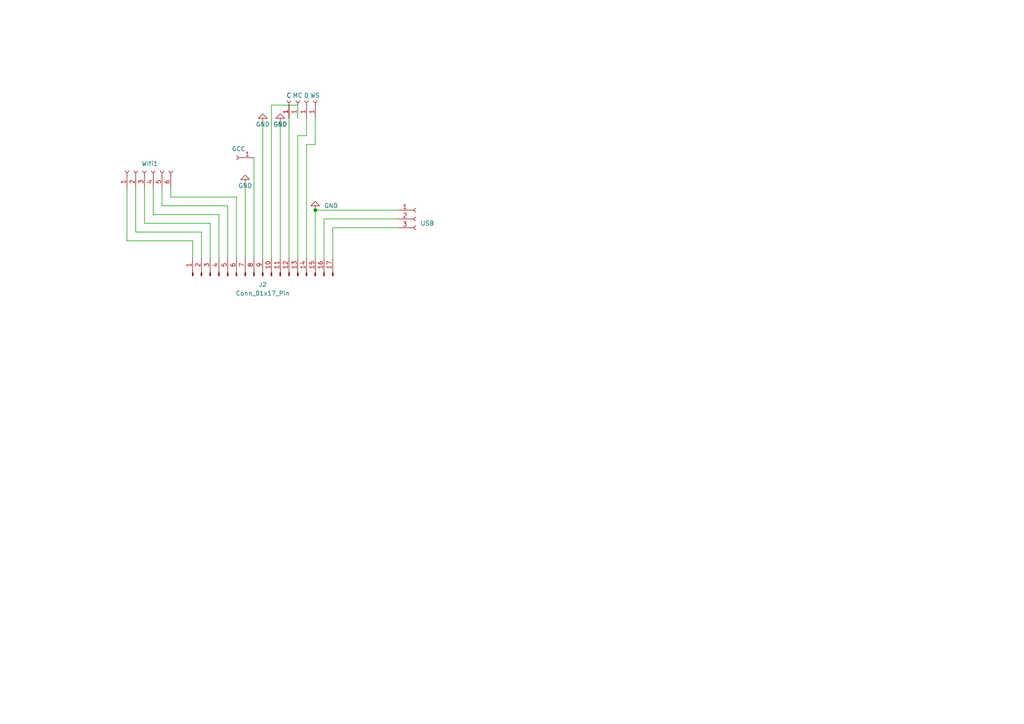
<source format=kicad_sch>
(kicad_sch
	(version 20231120)
	(generator "eeschema")
	(generator_version "8.0")
	(uuid "596e4d9a-1606-40c2-a8e4-dfbed0bb67f3")
	(paper "A4")
	(lib_symbols
		(symbol "Connector:Conn_01x01_Socket"
			(pin_names
				(offset 1.016) hide)
			(exclude_from_sim no)
			(in_bom yes)
			(on_board yes)
			(property "Reference" "J"
				(at 0 2.54 0)
				(effects
					(font
						(size 1.27 1.27)
					)
				)
			)
			(property "Value" "Conn_01x01_Socket"
				(at 0 -2.54 0)
				(effects
					(font
						(size 1.27 1.27)
					)
				)
			)
			(property "Footprint" ""
				(at 0 0 0)
				(effects
					(font
						(size 1.27 1.27)
					)
					(hide yes)
				)
			)
			(property "Datasheet" "~"
				(at 0 0 0)
				(effects
					(font
						(size 1.27 1.27)
					)
					(hide yes)
				)
			)
			(property "Description" "Generic connector, single row, 01x01, script generated"
				(at 0 0 0)
				(effects
					(font
						(size 1.27 1.27)
					)
					(hide yes)
				)
			)
			(property "ki_locked" ""
				(at 0 0 0)
				(effects
					(font
						(size 1.27 1.27)
					)
				)
			)
			(property "ki_keywords" "connector"
				(at 0 0 0)
				(effects
					(font
						(size 1.27 1.27)
					)
					(hide yes)
				)
			)
			(property "ki_fp_filters" "Connector*:*_1x??_*"
				(at 0 0 0)
				(effects
					(font
						(size 1.27 1.27)
					)
					(hide yes)
				)
			)
			(symbol "Conn_01x01_Socket_1_1"
				(polyline
					(pts
						(xy -1.27 0) (xy -0.508 0)
					)
					(stroke
						(width 0.1524)
						(type default)
					)
					(fill
						(type none)
					)
				)
				(arc
					(start 0 0.508)
					(mid -0.5058 0)
					(end 0 -0.508)
					(stroke
						(width 0.1524)
						(type default)
					)
					(fill
						(type none)
					)
				)
				(pin passive line
					(at -5.08 0 0)
					(length 3.81)
					(name "Pin_1"
						(effects
							(font
								(size 1.27 1.27)
							)
						)
					)
					(number "1"
						(effects
							(font
								(size 1.27 1.27)
							)
						)
					)
				)
			)
		)
		(symbol "Connector:Conn_01x03_Socket"
			(pin_names
				(offset 1.016) hide)
			(exclude_from_sim no)
			(in_bom yes)
			(on_board yes)
			(property "Reference" "J"
				(at 0 5.08 0)
				(effects
					(font
						(size 1.27 1.27)
					)
				)
			)
			(property "Value" "Conn_01x03_Socket"
				(at 0 -5.08 0)
				(effects
					(font
						(size 1.27 1.27)
					)
				)
			)
			(property "Footprint" ""
				(at 0 0 0)
				(effects
					(font
						(size 1.27 1.27)
					)
					(hide yes)
				)
			)
			(property "Datasheet" "~"
				(at 0 0 0)
				(effects
					(font
						(size 1.27 1.27)
					)
					(hide yes)
				)
			)
			(property "Description" "Generic connector, single row, 01x03, script generated"
				(at 0 0 0)
				(effects
					(font
						(size 1.27 1.27)
					)
					(hide yes)
				)
			)
			(property "ki_locked" ""
				(at 0 0 0)
				(effects
					(font
						(size 1.27 1.27)
					)
				)
			)
			(property "ki_keywords" "connector"
				(at 0 0 0)
				(effects
					(font
						(size 1.27 1.27)
					)
					(hide yes)
				)
			)
			(property "ki_fp_filters" "Connector*:*_1x??_*"
				(at 0 0 0)
				(effects
					(font
						(size 1.27 1.27)
					)
					(hide yes)
				)
			)
			(symbol "Conn_01x03_Socket_1_1"
				(arc
					(start 0 -2.032)
					(mid -0.5058 -2.54)
					(end 0 -3.048)
					(stroke
						(width 0.1524)
						(type default)
					)
					(fill
						(type none)
					)
				)
				(polyline
					(pts
						(xy -1.27 -2.54) (xy -0.508 -2.54)
					)
					(stroke
						(width 0.1524)
						(type default)
					)
					(fill
						(type none)
					)
				)
				(polyline
					(pts
						(xy -1.27 0) (xy -0.508 0)
					)
					(stroke
						(width 0.1524)
						(type default)
					)
					(fill
						(type none)
					)
				)
				(polyline
					(pts
						(xy -1.27 2.54) (xy -0.508 2.54)
					)
					(stroke
						(width 0.1524)
						(type default)
					)
					(fill
						(type none)
					)
				)
				(arc
					(start 0 0.508)
					(mid -0.5058 0)
					(end 0 -0.508)
					(stroke
						(width 0.1524)
						(type default)
					)
					(fill
						(type none)
					)
				)
				(arc
					(start 0 3.048)
					(mid -0.5058 2.54)
					(end 0 2.032)
					(stroke
						(width 0.1524)
						(type default)
					)
					(fill
						(type none)
					)
				)
				(pin passive line
					(at -5.08 2.54 0)
					(length 3.81)
					(name "Pin_1"
						(effects
							(font
								(size 1.27 1.27)
							)
						)
					)
					(number "1"
						(effects
							(font
								(size 1.27 1.27)
							)
						)
					)
				)
				(pin passive line
					(at -5.08 0 0)
					(length 3.81)
					(name "Pin_2"
						(effects
							(font
								(size 1.27 1.27)
							)
						)
					)
					(number "2"
						(effects
							(font
								(size 1.27 1.27)
							)
						)
					)
				)
				(pin passive line
					(at -5.08 -2.54 0)
					(length 3.81)
					(name "Pin_3"
						(effects
							(font
								(size 1.27 1.27)
							)
						)
					)
					(number "3"
						(effects
							(font
								(size 1.27 1.27)
							)
						)
					)
				)
			)
		)
		(symbol "Connector:Conn_01x06_Socket"
			(pin_names
				(offset 1.016) hide)
			(exclude_from_sim no)
			(in_bom yes)
			(on_board yes)
			(property "Reference" "J"
				(at 0 7.62 0)
				(effects
					(font
						(size 1.27 1.27)
					)
				)
			)
			(property "Value" "Conn_01x06_Socket"
				(at 0 -10.16 0)
				(effects
					(font
						(size 1.27 1.27)
					)
				)
			)
			(property "Footprint" ""
				(at 0 0 0)
				(effects
					(font
						(size 1.27 1.27)
					)
					(hide yes)
				)
			)
			(property "Datasheet" "~"
				(at 0 0 0)
				(effects
					(font
						(size 1.27 1.27)
					)
					(hide yes)
				)
			)
			(property "Description" "Generic connector, single row, 01x06, script generated"
				(at 0 0 0)
				(effects
					(font
						(size 1.27 1.27)
					)
					(hide yes)
				)
			)
			(property "ki_locked" ""
				(at 0 0 0)
				(effects
					(font
						(size 1.27 1.27)
					)
				)
			)
			(property "ki_keywords" "connector"
				(at 0 0 0)
				(effects
					(font
						(size 1.27 1.27)
					)
					(hide yes)
				)
			)
			(property "ki_fp_filters" "Connector*:*_1x??_*"
				(at 0 0 0)
				(effects
					(font
						(size 1.27 1.27)
					)
					(hide yes)
				)
			)
			(symbol "Conn_01x06_Socket_1_1"
				(arc
					(start 0 -7.112)
					(mid -0.5058 -7.62)
					(end 0 -8.128)
					(stroke
						(width 0.1524)
						(type default)
					)
					(fill
						(type none)
					)
				)
				(arc
					(start 0 -4.572)
					(mid -0.5058 -5.08)
					(end 0 -5.588)
					(stroke
						(width 0.1524)
						(type default)
					)
					(fill
						(type none)
					)
				)
				(arc
					(start 0 -2.032)
					(mid -0.5058 -2.54)
					(end 0 -3.048)
					(stroke
						(width 0.1524)
						(type default)
					)
					(fill
						(type none)
					)
				)
				(polyline
					(pts
						(xy -1.27 -7.62) (xy -0.508 -7.62)
					)
					(stroke
						(width 0.1524)
						(type default)
					)
					(fill
						(type none)
					)
				)
				(polyline
					(pts
						(xy -1.27 -5.08) (xy -0.508 -5.08)
					)
					(stroke
						(width 0.1524)
						(type default)
					)
					(fill
						(type none)
					)
				)
				(polyline
					(pts
						(xy -1.27 -2.54) (xy -0.508 -2.54)
					)
					(stroke
						(width 0.1524)
						(type default)
					)
					(fill
						(type none)
					)
				)
				(polyline
					(pts
						(xy -1.27 0) (xy -0.508 0)
					)
					(stroke
						(width 0.1524)
						(type default)
					)
					(fill
						(type none)
					)
				)
				(polyline
					(pts
						(xy -1.27 2.54) (xy -0.508 2.54)
					)
					(stroke
						(width 0.1524)
						(type default)
					)
					(fill
						(type none)
					)
				)
				(polyline
					(pts
						(xy -1.27 5.08) (xy -0.508 5.08)
					)
					(stroke
						(width 0.1524)
						(type default)
					)
					(fill
						(type none)
					)
				)
				(arc
					(start 0 0.508)
					(mid -0.5058 0)
					(end 0 -0.508)
					(stroke
						(width 0.1524)
						(type default)
					)
					(fill
						(type none)
					)
				)
				(arc
					(start 0 3.048)
					(mid -0.5058 2.54)
					(end 0 2.032)
					(stroke
						(width 0.1524)
						(type default)
					)
					(fill
						(type none)
					)
				)
				(arc
					(start 0 5.588)
					(mid -0.5058 5.08)
					(end 0 4.572)
					(stroke
						(width 0.1524)
						(type default)
					)
					(fill
						(type none)
					)
				)
				(pin passive line
					(at -5.08 5.08 0)
					(length 3.81)
					(name "Pin_1"
						(effects
							(font
								(size 1.27 1.27)
							)
						)
					)
					(number "1"
						(effects
							(font
								(size 1.27 1.27)
							)
						)
					)
				)
				(pin passive line
					(at -5.08 2.54 0)
					(length 3.81)
					(name "Pin_2"
						(effects
							(font
								(size 1.27 1.27)
							)
						)
					)
					(number "2"
						(effects
							(font
								(size 1.27 1.27)
							)
						)
					)
				)
				(pin passive line
					(at -5.08 0 0)
					(length 3.81)
					(name "Pin_3"
						(effects
							(font
								(size 1.27 1.27)
							)
						)
					)
					(number "3"
						(effects
							(font
								(size 1.27 1.27)
							)
						)
					)
				)
				(pin passive line
					(at -5.08 -2.54 0)
					(length 3.81)
					(name "Pin_4"
						(effects
							(font
								(size 1.27 1.27)
							)
						)
					)
					(number "4"
						(effects
							(font
								(size 1.27 1.27)
							)
						)
					)
				)
				(pin passive line
					(at -5.08 -5.08 0)
					(length 3.81)
					(name "Pin_5"
						(effects
							(font
								(size 1.27 1.27)
							)
						)
					)
					(number "5"
						(effects
							(font
								(size 1.27 1.27)
							)
						)
					)
				)
				(pin passive line
					(at -5.08 -7.62 0)
					(length 3.81)
					(name "Pin_6"
						(effects
							(font
								(size 1.27 1.27)
							)
						)
					)
					(number "6"
						(effects
							(font
								(size 1.27 1.27)
							)
						)
					)
				)
			)
		)
		(symbol "Connector:Conn_01x17_Pin"
			(pin_names
				(offset 1.016) hide)
			(exclude_from_sim no)
			(in_bom yes)
			(on_board yes)
			(property "Reference" "J"
				(at 0 22.86 0)
				(effects
					(font
						(size 1.27 1.27)
					)
				)
			)
			(property "Value" "Conn_01x17_Pin"
				(at 0 -22.86 0)
				(effects
					(font
						(size 1.27 1.27)
					)
				)
			)
			(property "Footprint" ""
				(at 0 0 0)
				(effects
					(font
						(size 1.27 1.27)
					)
					(hide yes)
				)
			)
			(property "Datasheet" "~"
				(at 0 0 0)
				(effects
					(font
						(size 1.27 1.27)
					)
					(hide yes)
				)
			)
			(property "Description" "Generic connector, single row, 01x17, script generated"
				(at 0 0 0)
				(effects
					(font
						(size 1.27 1.27)
					)
					(hide yes)
				)
			)
			(property "ki_locked" ""
				(at 0 0 0)
				(effects
					(font
						(size 1.27 1.27)
					)
				)
			)
			(property "ki_keywords" "connector"
				(at 0 0 0)
				(effects
					(font
						(size 1.27 1.27)
					)
					(hide yes)
				)
			)
			(property "ki_fp_filters" "Connector*:*_1x??_*"
				(at 0 0 0)
				(effects
					(font
						(size 1.27 1.27)
					)
					(hide yes)
				)
			)
			(symbol "Conn_01x17_Pin_1_1"
				(polyline
					(pts
						(xy 1.27 -20.32) (xy 0.8636 -20.32)
					)
					(stroke
						(width 0.1524)
						(type default)
					)
					(fill
						(type none)
					)
				)
				(polyline
					(pts
						(xy 1.27 -17.78) (xy 0.8636 -17.78)
					)
					(stroke
						(width 0.1524)
						(type default)
					)
					(fill
						(type none)
					)
				)
				(polyline
					(pts
						(xy 1.27 -15.24) (xy 0.8636 -15.24)
					)
					(stroke
						(width 0.1524)
						(type default)
					)
					(fill
						(type none)
					)
				)
				(polyline
					(pts
						(xy 1.27 -12.7) (xy 0.8636 -12.7)
					)
					(stroke
						(width 0.1524)
						(type default)
					)
					(fill
						(type none)
					)
				)
				(polyline
					(pts
						(xy 1.27 -10.16) (xy 0.8636 -10.16)
					)
					(stroke
						(width 0.1524)
						(type default)
					)
					(fill
						(type none)
					)
				)
				(polyline
					(pts
						(xy 1.27 -7.62) (xy 0.8636 -7.62)
					)
					(stroke
						(width 0.1524)
						(type default)
					)
					(fill
						(type none)
					)
				)
				(polyline
					(pts
						(xy 1.27 -5.08) (xy 0.8636 -5.08)
					)
					(stroke
						(width 0.1524)
						(type default)
					)
					(fill
						(type none)
					)
				)
				(polyline
					(pts
						(xy 1.27 -2.54) (xy 0.8636 -2.54)
					)
					(stroke
						(width 0.1524)
						(type default)
					)
					(fill
						(type none)
					)
				)
				(polyline
					(pts
						(xy 1.27 0) (xy 0.8636 0)
					)
					(stroke
						(width 0.1524)
						(type default)
					)
					(fill
						(type none)
					)
				)
				(polyline
					(pts
						(xy 1.27 2.54) (xy 0.8636 2.54)
					)
					(stroke
						(width 0.1524)
						(type default)
					)
					(fill
						(type none)
					)
				)
				(polyline
					(pts
						(xy 1.27 5.08) (xy 0.8636 5.08)
					)
					(stroke
						(width 0.1524)
						(type default)
					)
					(fill
						(type none)
					)
				)
				(polyline
					(pts
						(xy 1.27 7.62) (xy 0.8636 7.62)
					)
					(stroke
						(width 0.1524)
						(type default)
					)
					(fill
						(type none)
					)
				)
				(polyline
					(pts
						(xy 1.27 10.16) (xy 0.8636 10.16)
					)
					(stroke
						(width 0.1524)
						(type default)
					)
					(fill
						(type none)
					)
				)
				(polyline
					(pts
						(xy 1.27 12.7) (xy 0.8636 12.7)
					)
					(stroke
						(width 0.1524)
						(type default)
					)
					(fill
						(type none)
					)
				)
				(polyline
					(pts
						(xy 1.27 15.24) (xy 0.8636 15.24)
					)
					(stroke
						(width 0.1524)
						(type default)
					)
					(fill
						(type none)
					)
				)
				(polyline
					(pts
						(xy 1.27 17.78) (xy 0.8636 17.78)
					)
					(stroke
						(width 0.1524)
						(type default)
					)
					(fill
						(type none)
					)
				)
				(polyline
					(pts
						(xy 1.27 20.32) (xy 0.8636 20.32)
					)
					(stroke
						(width 0.1524)
						(type default)
					)
					(fill
						(type none)
					)
				)
				(rectangle
					(start 0.8636 -20.193)
					(end 0 -20.447)
					(stroke
						(width 0.1524)
						(type default)
					)
					(fill
						(type outline)
					)
				)
				(rectangle
					(start 0.8636 -17.653)
					(end 0 -17.907)
					(stroke
						(width 0.1524)
						(type default)
					)
					(fill
						(type outline)
					)
				)
				(rectangle
					(start 0.8636 -15.113)
					(end 0 -15.367)
					(stroke
						(width 0.1524)
						(type default)
					)
					(fill
						(type outline)
					)
				)
				(rectangle
					(start 0.8636 -12.573)
					(end 0 -12.827)
					(stroke
						(width 0.1524)
						(type default)
					)
					(fill
						(type outline)
					)
				)
				(rectangle
					(start 0.8636 -10.033)
					(end 0 -10.287)
					(stroke
						(width 0.1524)
						(type default)
					)
					(fill
						(type outline)
					)
				)
				(rectangle
					(start 0.8636 -7.493)
					(end 0 -7.747)
					(stroke
						(width 0.1524)
						(type default)
					)
					(fill
						(type outline)
					)
				)
				(rectangle
					(start 0.8636 -4.953)
					(end 0 -5.207)
					(stroke
						(width 0.1524)
						(type default)
					)
					(fill
						(type outline)
					)
				)
				(rectangle
					(start 0.8636 -2.413)
					(end 0 -2.667)
					(stroke
						(width 0.1524)
						(type default)
					)
					(fill
						(type outline)
					)
				)
				(rectangle
					(start 0.8636 0.127)
					(end 0 -0.127)
					(stroke
						(width 0.1524)
						(type default)
					)
					(fill
						(type outline)
					)
				)
				(rectangle
					(start 0.8636 2.667)
					(end 0 2.413)
					(stroke
						(width 0.1524)
						(type default)
					)
					(fill
						(type outline)
					)
				)
				(rectangle
					(start 0.8636 5.207)
					(end 0 4.953)
					(stroke
						(width 0.1524)
						(type default)
					)
					(fill
						(type outline)
					)
				)
				(rectangle
					(start 0.8636 7.747)
					(end 0 7.493)
					(stroke
						(width 0.1524)
						(type default)
					)
					(fill
						(type outline)
					)
				)
				(rectangle
					(start 0.8636 10.287)
					(end 0 10.033)
					(stroke
						(width 0.1524)
						(type default)
					)
					(fill
						(type outline)
					)
				)
				(rectangle
					(start 0.8636 12.827)
					(end 0 12.573)
					(stroke
						(width 0.1524)
						(type default)
					)
					(fill
						(type outline)
					)
				)
				(rectangle
					(start 0.8636 15.367)
					(end 0 15.113)
					(stroke
						(width 0.1524)
						(type default)
					)
					(fill
						(type outline)
					)
				)
				(rectangle
					(start 0.8636 17.907)
					(end 0 17.653)
					(stroke
						(width 0.1524)
						(type default)
					)
					(fill
						(type outline)
					)
				)
				(rectangle
					(start 0.8636 20.447)
					(end 0 20.193)
					(stroke
						(width 0.1524)
						(type default)
					)
					(fill
						(type outline)
					)
				)
				(pin passive line
					(at 5.08 20.32 180)
					(length 3.81)
					(name "Pin_1"
						(effects
							(font
								(size 1.27 1.27)
							)
						)
					)
					(number "1"
						(effects
							(font
								(size 1.27 1.27)
							)
						)
					)
				)
				(pin passive line
					(at 5.08 -2.54 180)
					(length 3.81)
					(name "Pin_10"
						(effects
							(font
								(size 1.27 1.27)
							)
						)
					)
					(number "10"
						(effects
							(font
								(size 1.27 1.27)
							)
						)
					)
				)
				(pin passive line
					(at 5.08 -5.08 180)
					(length 3.81)
					(name "Pin_11"
						(effects
							(font
								(size 1.27 1.27)
							)
						)
					)
					(number "11"
						(effects
							(font
								(size 1.27 1.27)
							)
						)
					)
				)
				(pin passive line
					(at 5.08 -7.62 180)
					(length 3.81)
					(name "Pin_12"
						(effects
							(font
								(size 1.27 1.27)
							)
						)
					)
					(number "12"
						(effects
							(font
								(size 1.27 1.27)
							)
						)
					)
				)
				(pin passive line
					(at 5.08 -10.16 180)
					(length 3.81)
					(name "Pin_13"
						(effects
							(font
								(size 1.27 1.27)
							)
						)
					)
					(number "13"
						(effects
							(font
								(size 1.27 1.27)
							)
						)
					)
				)
				(pin passive line
					(at 5.08 -12.7 180)
					(length 3.81)
					(name "Pin_14"
						(effects
							(font
								(size 1.27 1.27)
							)
						)
					)
					(number "14"
						(effects
							(font
								(size 1.27 1.27)
							)
						)
					)
				)
				(pin passive line
					(at 5.08 -15.24 180)
					(length 3.81)
					(name "Pin_15"
						(effects
							(font
								(size 1.27 1.27)
							)
						)
					)
					(number "15"
						(effects
							(font
								(size 1.27 1.27)
							)
						)
					)
				)
				(pin passive line
					(at 5.08 -17.78 180)
					(length 3.81)
					(name "Pin_16"
						(effects
							(font
								(size 1.27 1.27)
							)
						)
					)
					(number "16"
						(effects
							(font
								(size 1.27 1.27)
							)
						)
					)
				)
				(pin passive line
					(at 5.08 -20.32 180)
					(length 3.81)
					(name "Pin_17"
						(effects
							(font
								(size 1.27 1.27)
							)
						)
					)
					(number "17"
						(effects
							(font
								(size 1.27 1.27)
							)
						)
					)
				)
				(pin passive line
					(at 5.08 17.78 180)
					(length 3.81)
					(name "Pin_2"
						(effects
							(font
								(size 1.27 1.27)
							)
						)
					)
					(number "2"
						(effects
							(font
								(size 1.27 1.27)
							)
						)
					)
				)
				(pin passive line
					(at 5.08 15.24 180)
					(length 3.81)
					(name "Pin_3"
						(effects
							(font
								(size 1.27 1.27)
							)
						)
					)
					(number "3"
						(effects
							(font
								(size 1.27 1.27)
							)
						)
					)
				)
				(pin passive line
					(at 5.08 12.7 180)
					(length 3.81)
					(name "Pin_4"
						(effects
							(font
								(size 1.27 1.27)
							)
						)
					)
					(number "4"
						(effects
							(font
								(size 1.27 1.27)
							)
						)
					)
				)
				(pin passive line
					(at 5.08 10.16 180)
					(length 3.81)
					(name "Pin_5"
						(effects
							(font
								(size 1.27 1.27)
							)
						)
					)
					(number "5"
						(effects
							(font
								(size 1.27 1.27)
							)
						)
					)
				)
				(pin passive line
					(at 5.08 7.62 180)
					(length 3.81)
					(name "Pin_6"
						(effects
							(font
								(size 1.27 1.27)
							)
						)
					)
					(number "6"
						(effects
							(font
								(size 1.27 1.27)
							)
						)
					)
				)
				(pin passive line
					(at 5.08 5.08 180)
					(length 3.81)
					(name "Pin_7"
						(effects
							(font
								(size 1.27 1.27)
							)
						)
					)
					(number "7"
						(effects
							(font
								(size 1.27 1.27)
							)
						)
					)
				)
				(pin passive line
					(at 5.08 2.54 180)
					(length 3.81)
					(name "Pin_8"
						(effects
							(font
								(size 1.27 1.27)
							)
						)
					)
					(number "8"
						(effects
							(font
								(size 1.27 1.27)
							)
						)
					)
				)
				(pin passive line
					(at 5.08 0 180)
					(length 3.81)
					(name "Pin_9"
						(effects
							(font
								(size 1.27 1.27)
							)
						)
					)
					(number "9"
						(effects
							(font
								(size 1.27 1.27)
							)
						)
					)
				)
			)
		)
		(symbol "power:GND"
			(power)
			(pin_numbers hide)
			(pin_names
				(offset 0) hide)
			(exclude_from_sim no)
			(in_bom yes)
			(on_board yes)
			(property "Reference" "#PWR"
				(at 0 -6.35 0)
				(effects
					(font
						(size 1.27 1.27)
					)
					(hide yes)
				)
			)
			(property "Value" "GND"
				(at 0 -3.81 0)
				(effects
					(font
						(size 1.27 1.27)
					)
				)
			)
			(property "Footprint" ""
				(at 0 0 0)
				(effects
					(font
						(size 1.27 1.27)
					)
					(hide yes)
				)
			)
			(property "Datasheet" ""
				(at 0 0 0)
				(effects
					(font
						(size 1.27 1.27)
					)
					(hide yes)
				)
			)
			(property "Description" "Power symbol creates a global label with name \"GND\" , ground"
				(at 0 0 0)
				(effects
					(font
						(size 1.27 1.27)
					)
					(hide yes)
				)
			)
			(property "ki_keywords" "global power"
				(at 0 0 0)
				(effects
					(font
						(size 1.27 1.27)
					)
					(hide yes)
				)
			)
			(symbol "GND_0_1"
				(polyline
					(pts
						(xy 0 0) (xy 0 -1.27) (xy 1.27 -1.27) (xy 0 -2.54) (xy -1.27 -1.27) (xy 0 -1.27)
					)
					(stroke
						(width 0)
						(type default)
					)
					(fill
						(type none)
					)
				)
			)
			(symbol "GND_1_1"
				(pin power_in line
					(at 0 0 270)
					(length 0)
					(name "~"
						(effects
							(font
								(size 1.27 1.27)
							)
						)
					)
					(number "1"
						(effects
							(font
								(size 1.27 1.27)
							)
						)
					)
				)
			)
		)
	)
	(junction
		(at 91.44 60.96)
		(diameter 0)
		(color 0 0 0 0)
		(uuid "40640d70-61c0-4c82-9ff3-552ce88854d2")
	)
	(wire
		(pts
			(xy 36.83 54.61) (xy 36.83 69.85)
		)
		(stroke
			(width 0)
			(type default)
		)
		(uuid "0577b831-16b0-49d6-a7df-02f641582fe9")
	)
	(wire
		(pts
			(xy 36.83 69.85) (xy 55.88 69.85)
		)
		(stroke
			(width 0)
			(type default)
		)
		(uuid "09522352-b005-4db4-a6e1-8d0d8fd5ffff")
	)
	(wire
		(pts
			(xy 60.96 64.77) (xy 60.96 74.93)
		)
		(stroke
			(width 0)
			(type default)
		)
		(uuid "0a4792d5-0489-4958-b0fb-24dab0d4f9da")
	)
	(wire
		(pts
			(xy 93.98 63.5) (xy 93.98 74.93)
		)
		(stroke
			(width 0)
			(type default)
		)
		(uuid "15571e9a-4ae8-4377-a7c1-05ff2e4e4cd6")
	)
	(wire
		(pts
			(xy 88.9 34.29) (xy 88.9 39.37)
		)
		(stroke
			(width 0)
			(type default)
		)
		(uuid "1b5ad0cf-b7ff-443b-b9ea-6db087eb0362")
	)
	(wire
		(pts
			(xy 86.36 30.48) (xy 86.36 34.29)
		)
		(stroke
			(width 0)
			(type default)
		)
		(uuid "1ccf14e5-bfde-4236-aa0f-8a202ff4bb94")
	)
	(wire
		(pts
			(xy 39.37 54.61) (xy 39.37 67.31)
		)
		(stroke
			(width 0)
			(type default)
		)
		(uuid "1dab4526-0627-4458-8736-49ecae4c2dbd")
	)
	(wire
		(pts
			(xy 68.58 74.93) (xy 68.58 57.15)
		)
		(stroke
			(width 0)
			(type default)
		)
		(uuid "22f3ff04-c95f-4d20-b557-841049a8ead0")
	)
	(wire
		(pts
			(xy 68.58 57.15) (xy 49.53 57.15)
		)
		(stroke
			(width 0)
			(type default)
		)
		(uuid "3369f4d7-23b5-4d81-a87d-0a2fbe88fa7e")
	)
	(wire
		(pts
			(xy 88.9 41.91) (xy 91.44 41.91)
		)
		(stroke
			(width 0)
			(type default)
		)
		(uuid "5abe5889-ebc9-4a46-a5bd-1b4e59fd802f")
	)
	(wire
		(pts
			(xy 86.36 39.37) (xy 86.36 74.93)
		)
		(stroke
			(width 0)
			(type default)
		)
		(uuid "688dd8b2-639c-40aa-95d7-b24fa81adf54")
	)
	(wire
		(pts
			(xy 46.99 54.61) (xy 46.99 59.69)
		)
		(stroke
			(width 0)
			(type default)
		)
		(uuid "6e743eb3-9439-4a77-b4a8-3b63ab13ab72")
	)
	(wire
		(pts
			(xy 44.45 54.61) (xy 44.45 62.23)
		)
		(stroke
			(width 0)
			(type default)
		)
		(uuid "7557b99e-9aae-4960-968c-09d953346e03")
	)
	(wire
		(pts
			(xy 63.5 62.23) (xy 63.5 74.93)
		)
		(stroke
			(width 0)
			(type default)
		)
		(uuid "81eb3fd1-4df3-4c42-8919-133797d4cda4")
	)
	(wire
		(pts
			(xy 91.44 60.96) (xy 91.44 74.93)
		)
		(stroke
			(width 0)
			(type default)
		)
		(uuid "824b0c39-b6be-435a-a2d8-5ace431e08e9")
	)
	(wire
		(pts
			(xy 83.82 34.29) (xy 83.82 74.93)
		)
		(stroke
			(width 0)
			(type default)
		)
		(uuid "86ed97b7-2cda-44f1-a513-72ac5a5550ba")
	)
	(wire
		(pts
			(xy 115.57 63.5) (xy 93.98 63.5)
		)
		(stroke
			(width 0)
			(type default)
		)
		(uuid "8cc20b99-6474-4010-8a0f-45184ed64bf7")
	)
	(wire
		(pts
			(xy 88.9 39.37) (xy 86.36 39.37)
		)
		(stroke
			(width 0)
			(type default)
		)
		(uuid "958b180a-8a35-4caf-b290-fd0fe60985cf")
	)
	(wire
		(pts
			(xy 73.66 74.93) (xy 73.66 45.72)
		)
		(stroke
			(width 0)
			(type default)
		)
		(uuid "9834992f-26ff-4e77-82b9-494e4051c7c5")
	)
	(wire
		(pts
			(xy 91.44 41.91) (xy 91.44 34.29)
		)
		(stroke
			(width 0)
			(type default)
		)
		(uuid "999e33d2-269f-4ebc-8995-985f2ab1ff3e")
	)
	(wire
		(pts
			(xy 66.04 59.69) (xy 66.04 74.93)
		)
		(stroke
			(width 0)
			(type default)
		)
		(uuid "9c5c3dd7-3b4a-46ae-972a-a9aa6121be29")
	)
	(wire
		(pts
			(xy 39.37 67.31) (xy 58.42 67.31)
		)
		(stroke
			(width 0)
			(type default)
		)
		(uuid "ac0bc3e4-c32b-4837-92bb-e53d7db3d19d")
	)
	(wire
		(pts
			(xy 81.28 35.56) (xy 81.28 74.93)
		)
		(stroke
			(width 0)
			(type default)
		)
		(uuid "ad1762dd-6c31-4d41-894b-af063b392b94")
	)
	(wire
		(pts
			(xy 41.91 54.61) (xy 41.91 64.77)
		)
		(stroke
			(width 0)
			(type default)
		)
		(uuid "b43047de-e8e0-4ed3-abb4-6ec4a76ad8ca")
	)
	(wire
		(pts
			(xy 91.44 60.96) (xy 115.57 60.96)
		)
		(stroke
			(width 0)
			(type default)
		)
		(uuid "b8c814c3-3cf6-4b39-a684-af653ff8e191")
	)
	(wire
		(pts
			(xy 46.99 59.69) (xy 66.04 59.69)
		)
		(stroke
			(width 0)
			(type default)
		)
		(uuid "c0845a55-de75-46ac-a3a4-bda1a75da508")
	)
	(wire
		(pts
			(xy 71.12 53.34) (xy 71.12 74.93)
		)
		(stroke
			(width 0)
			(type default)
		)
		(uuid "c2fefc3c-1fe2-44e1-a436-a43d3a7c6a9b")
	)
	(wire
		(pts
			(xy 58.42 67.31) (xy 58.42 74.93)
		)
		(stroke
			(width 0)
			(type default)
		)
		(uuid "c94e76af-31a1-4ea3-ac1b-694ace3983d2")
	)
	(wire
		(pts
			(xy 78.74 74.93) (xy 78.74 30.48)
		)
		(stroke
			(width 0)
			(type default)
		)
		(uuid "ca07a046-13de-494b-bd3f-3f44af61aca9")
	)
	(wire
		(pts
			(xy 41.91 64.77) (xy 60.96 64.77)
		)
		(stroke
			(width 0)
			(type default)
		)
		(uuid "d54316fb-e706-48ea-9d18-1296881968cb")
	)
	(wire
		(pts
			(xy 96.52 74.93) (xy 96.52 66.04)
		)
		(stroke
			(width 0)
			(type default)
		)
		(uuid "d7272b05-4136-4702-bfe3-8a3eeb1528ea")
	)
	(wire
		(pts
			(xy 96.52 66.04) (xy 115.57 66.04)
		)
		(stroke
			(width 0)
			(type default)
		)
		(uuid "d83fee07-87b1-421b-8a79-9224f70f9170")
	)
	(wire
		(pts
			(xy 49.53 57.15) (xy 49.53 54.61)
		)
		(stroke
			(width 0)
			(type default)
		)
		(uuid "de426c2f-5ab6-4cd9-a250-706a1a7eb9fc")
	)
	(wire
		(pts
			(xy 78.74 30.48) (xy 86.36 30.48)
		)
		(stroke
			(width 0)
			(type default)
		)
		(uuid "e134f110-9598-4299-9724-99adc8cb521d")
	)
	(wire
		(pts
			(xy 76.2 35.56) (xy 76.2 74.93)
		)
		(stroke
			(width 0)
			(type default)
		)
		(uuid "e15c3252-c584-49fc-babe-15c52fe7e58e")
	)
	(wire
		(pts
			(xy 44.45 62.23) (xy 63.5 62.23)
		)
		(stroke
			(width 0)
			(type default)
		)
		(uuid "eeefe789-04be-4821-a2e6-20f956ac6527")
	)
	(wire
		(pts
			(xy 88.9 74.93) (xy 88.9 41.91)
		)
		(stroke
			(width 0)
			(type default)
		)
		(uuid "f461b56a-172d-4697-9a43-d5e0654a6f35")
	)
	(wire
		(pts
			(xy 55.88 69.85) (xy 55.88 74.93)
		)
		(stroke
			(width 0)
			(type default)
		)
		(uuid "f7631f7d-28e1-4d7c-8c7f-0234f5686c87")
	)
	(symbol
		(lib_id "Connector:Conn_01x06_Socket")
		(at 41.91 49.53 90)
		(unit 1)
		(exclude_from_sim no)
		(in_bom yes)
		(on_board yes)
		(dnp no)
		(uuid "0d614cac-cd8b-49f8-bd49-dc0eae6941af")
		(property "Reference" "Wifi1"
			(at 43.434 47.498 90)
			(effects
				(font
					(size 1.27 1.27)
				)
			)
		)
		(property "Value" "Conn_01x06_Socket"
			(at 43.18 46.99 90)
			(effects
				(font
					(size 1.27 1.27)
				)
				(hide yes)
			)
		)
		(property "Footprint" ""
			(at 41.91 49.53 0)
			(effects
				(font
					(size 1.27 1.27)
				)
				(hide yes)
			)
		)
		(property "Datasheet" "~"
			(at 41.91 49.53 0)
			(effects
				(font
					(size 1.27 1.27)
				)
				(hide yes)
			)
		)
		(property "Description" "Generic connector, single row, 01x06, script generated"
			(at 41.91 49.53 0)
			(effects
				(font
					(size 1.27 1.27)
				)
				(hide yes)
			)
		)
		(pin "4"
			(uuid "f8435beb-81c9-4c87-99fd-1ed51c1d70c8")
		)
		(pin "2"
			(uuid "5025256b-f668-414c-a7db-9b76a3f71b21")
		)
		(pin "3"
			(uuid "41b104fc-9b87-4528-a0cc-c764de776eb6")
		)
		(pin "6"
			(uuid "b48323a9-4474-4ec0-a15e-67a71afe1a9b")
		)
		(pin "5"
			(uuid "6b59578e-ed8e-4db6-a2bc-639303a0b422")
		)
		(pin "1"
			(uuid "98e09962-23ed-4ff9-84d0-7ccd9f65d7ce")
		)
		(instances
			(project "Xii-Boy-Flex"
				(path "/596e4d9a-1606-40c2-a8e4-dfbed0bb67f3"
					(reference "Wifi1")
					(unit 1)
				)
			)
		)
	)
	(symbol
		(lib_id "Connector:Conn_01x01_Socket")
		(at 86.36 29.21 90)
		(unit 1)
		(exclude_from_sim no)
		(in_bom yes)
		(on_board yes)
		(dnp no)
		(uuid "25297114-1d86-4074-a1da-f5643c45b608")
		(property "Reference" "J4"
			(at 91.44 29.845 0)
			(effects
				(font
					(size 1.27 1.27)
				)
				(hide yes)
			)
		)
		(property "Value" "MC"
			(at 84.836 27.686 90)
			(effects
				(font
					(size 1.27 1.27)
				)
				(justify right)
			)
		)
		(property "Footprint" ""
			(at 86.36 29.21 0)
			(effects
				(font
					(size 1.27 1.27)
				)
				(hide yes)
			)
		)
		(property "Datasheet" "~"
			(at 86.36 29.21 0)
			(effects
				(font
					(size 1.27 1.27)
				)
				(hide yes)
			)
		)
		(property "Description" "Generic connector, single row, 01x01, script generated"
			(at 86.36 29.21 0)
			(effects
				(font
					(size 1.27 1.27)
				)
				(hide yes)
			)
		)
		(pin "1"
			(uuid "9cf654a8-e245-4d20-80dd-7a5e4b35ca34")
		)
		(instances
			(project "Xii-Boy-Flex"
				(path "/596e4d9a-1606-40c2-a8e4-dfbed0bb67f3"
					(reference "J4")
					(unit 1)
				)
			)
		)
	)
	(symbol
		(lib_id "power:GND")
		(at 81.28 35.56 180)
		(unit 1)
		(exclude_from_sim no)
		(in_bom yes)
		(on_board yes)
		(dnp no)
		(uuid "2e3f34c3-c2c9-42cd-8b89-2710904eeec1")
		(property "Reference" "#PWR03"
			(at 81.28 29.21 0)
			(effects
				(font
					(size 1.27 1.27)
				)
				(hide yes)
			)
		)
		(property "Value" "GND"
			(at 81.28 36.068 0)
			(effects
				(font
					(size 1.27 1.27)
				)
			)
		)
		(property "Footprint" ""
			(at 81.28 35.56 0)
			(effects
				(font
					(size 1.27 1.27)
				)
				(hide yes)
			)
		)
		(property "Datasheet" ""
			(at 81.28 35.56 0)
			(effects
				(font
					(size 1.27 1.27)
				)
				(hide yes)
			)
		)
		(property "Description" "Power symbol creates a global label with name \"GND\" , ground"
			(at 81.28 35.56 0)
			(effects
				(font
					(size 1.27 1.27)
				)
				(hide yes)
			)
		)
		(pin "1"
			(uuid "76fe7ef6-752c-4127-910e-bf8b7e855aad")
		)
		(instances
			(project "Xii-Boy-Flex"
				(path "/596e4d9a-1606-40c2-a8e4-dfbed0bb67f3"
					(reference "#PWR03")
					(unit 1)
				)
			)
		)
	)
	(symbol
		(lib_id "Connector:Conn_01x03_Socket")
		(at 120.65 63.5 0)
		(unit 1)
		(exclude_from_sim no)
		(in_bom yes)
		(on_board yes)
		(dnp no)
		(fields_autoplaced yes)
		(uuid "30378767-c76b-4fb7-ab37-809e6a0b529a")
		(property "Reference" "J7"
			(at 121.92 62.2299 0)
			(effects
				(font
					(size 1.27 1.27)
				)
				(justify left)
				(hide yes)
			)
		)
		(property "Value" "USB"
			(at 121.92 64.7699 0)
			(effects
				(font
					(size 1.27 1.27)
				)
				(justify left)
			)
		)
		(property "Footprint" ""
			(at 120.65 63.5 0)
			(effects
				(font
					(size 1.27 1.27)
				)
				(hide yes)
			)
		)
		(property "Datasheet" "~"
			(at 120.65 63.5 0)
			(effects
				(font
					(size 1.27 1.27)
				)
				(hide yes)
			)
		)
		(property "Description" "Generic connector, single row, 01x03, script generated"
			(at 120.65 63.5 0)
			(effects
				(font
					(size 1.27 1.27)
				)
				(hide yes)
			)
		)
		(pin "3"
			(uuid "9fcfc6b0-def9-42c6-86c2-20a8c4c6d675")
		)
		(pin "1"
			(uuid "867ea104-5933-4284-a650-33b4db800679")
		)
		(pin "2"
			(uuid "dc737f21-5aad-47e1-ab70-0a70137c0ef4")
		)
		(instances
			(project ""
				(path "/596e4d9a-1606-40c2-a8e4-dfbed0bb67f3"
					(reference "J7")
					(unit 1)
				)
			)
		)
	)
	(symbol
		(lib_id "Connector:Conn_01x17_Pin")
		(at 76.2 80.01 90)
		(unit 1)
		(exclude_from_sim no)
		(in_bom yes)
		(on_board yes)
		(dnp no)
		(fields_autoplaced yes)
		(uuid "3be66122-bd30-4071-b58f-97c0aa4b978d")
		(property "Reference" "J2"
			(at 76.2 82.55 90)
			(effects
				(font
					(size 1.27 1.27)
				)
			)
		)
		(property "Value" "Conn_01x17_Pin"
			(at 76.2 85.09 90)
			(effects
				(font
					(size 1.27 1.27)
				)
			)
		)
		(property "Footprint" "Xenii_14p_FFC_Cable:Xenii-17p-FFC-Cable"
			(at 76.2 80.01 0)
			(effects
				(font
					(size 1.27 1.27)
				)
				(hide yes)
			)
		)
		(property "Datasheet" "~"
			(at 76.2 80.01 0)
			(effects
				(font
					(size 1.27 1.27)
				)
				(hide yes)
			)
		)
		(property "Description" "Generic connector, single row, 01x17, script generated"
			(at 76.2 80.01 0)
			(effects
				(font
					(size 1.27 1.27)
				)
				(hide yes)
			)
		)
		(pin "1"
			(uuid "eef4c367-9c2b-4988-85c9-e20468c1daff")
		)
		(pin "14"
			(uuid "1603dc4d-77a6-4b92-a2c9-7a042990d213")
		)
		(pin "7"
			(uuid "133990fe-428f-4dc8-b248-e8f9565c46d5")
		)
		(pin "9"
			(uuid "c94f346f-3a41-4c7e-9e10-0057372b07d2")
		)
		(pin "5"
			(uuid "a937bcfd-2c1c-496d-8f15-e2e00c270c62")
		)
		(pin "6"
			(uuid "4a8cbeb9-5ddf-4b4d-821a-1bec3eb3a2d1")
		)
		(pin "8"
			(uuid "115a22f3-4c19-4edf-be4c-b5a0032420b6")
		)
		(pin "15"
			(uuid "e3ade379-f936-4c0c-bac1-5ae3b8824e4e")
		)
		(pin "4"
			(uuid "2a9f95f3-6700-4662-aa51-8c1216cb2a78")
		)
		(pin "12"
			(uuid "5f45d1ea-3b46-412a-8043-3bf16cae6405")
		)
		(pin "10"
			(uuid "bcadc965-189c-4e09-9835-1412b83140c4")
		)
		(pin "17"
			(uuid "3d4c3641-7058-4e86-81a1-1dc80a0bdc66")
		)
		(pin "3"
			(uuid "5583067a-cd9d-4fbd-811b-ccce310f72df")
		)
		(pin "16"
			(uuid "17b98ea5-308c-4c06-9f8f-fcd29e91e5bf")
		)
		(pin "2"
			(uuid "fa405925-1f53-4e8d-9322-b706ffff7fd4")
		)
		(pin "11"
			(uuid "5c6a1ac4-2ce0-4acd-b3e6-f57a234cc8d3")
		)
		(pin "13"
			(uuid "7b98161d-66bb-48db-8d25-48d94e7e9125")
		)
		(instances
			(project ""
				(path "/596e4d9a-1606-40c2-a8e4-dfbed0bb67f3"
					(reference "J2")
					(unit 1)
				)
			)
		)
	)
	(symbol
		(lib_id "power:GND")
		(at 76.2 35.56 180)
		(unit 1)
		(exclude_from_sim no)
		(in_bom yes)
		(on_board yes)
		(dnp no)
		(uuid "83872557-be95-4159-9905-1294253949ad")
		(property "Reference" "#PWR02"
			(at 76.2 29.21 0)
			(effects
				(font
					(size 1.27 1.27)
				)
				(hide yes)
			)
		)
		(property "Value" "GND"
			(at 76.2 36.068 0)
			(effects
				(font
					(size 1.27 1.27)
				)
			)
		)
		(property "Footprint" ""
			(at 76.2 35.56 0)
			(effects
				(font
					(size 1.27 1.27)
				)
				(hide yes)
			)
		)
		(property "Datasheet" ""
			(at 76.2 35.56 0)
			(effects
				(font
					(size 1.27 1.27)
				)
				(hide yes)
			)
		)
		(property "Description" "Power symbol creates a global label with name \"GND\" , ground"
			(at 76.2 35.56 0)
			(effects
				(font
					(size 1.27 1.27)
				)
				(hide yes)
			)
		)
		(pin "1"
			(uuid "cc121dbe-198f-46ee-9adc-30f2907ca185")
		)
		(instances
			(project "Xii-Boy-Flex"
				(path "/596e4d9a-1606-40c2-a8e4-dfbed0bb67f3"
					(reference "#PWR02")
					(unit 1)
				)
			)
		)
	)
	(symbol
		(lib_id "Connector:Conn_01x01_Socket")
		(at 88.9 29.21 90)
		(unit 1)
		(exclude_from_sim no)
		(in_bom yes)
		(on_board yes)
		(dnp no)
		(uuid "8eb1fbb1-bc82-4ed6-9cec-fe8098c2434c")
		(property "Reference" "J5"
			(at 93.98 29.845 0)
			(effects
				(font
					(size 1.27 1.27)
				)
				(hide yes)
			)
		)
		(property "Value" "D"
			(at 88.138 27.686 90)
			(effects
				(font
					(size 1.27 1.27)
				)
				(justify right)
			)
		)
		(property "Footprint" ""
			(at 88.9 29.21 0)
			(effects
				(font
					(size 1.27 1.27)
				)
				(hide yes)
			)
		)
		(property "Datasheet" "~"
			(at 88.9 29.21 0)
			(effects
				(font
					(size 1.27 1.27)
				)
				(hide yes)
			)
		)
		(property "Description" "Generic connector, single row, 01x01, script generated"
			(at 88.9 29.21 0)
			(effects
				(font
					(size 1.27 1.27)
				)
				(hide yes)
			)
		)
		(pin "1"
			(uuid "94d0aa13-fc39-4ce3-af49-c37b4f0db33d")
		)
		(instances
			(project "Xii-Boy-Flex"
				(path "/596e4d9a-1606-40c2-a8e4-dfbed0bb67f3"
					(reference "J5")
					(unit 1)
				)
			)
		)
	)
	(symbol
		(lib_id "power:GND")
		(at 91.44 60.96 180)
		(unit 1)
		(exclude_from_sim no)
		(in_bom yes)
		(on_board yes)
		(dnp no)
		(fields_autoplaced yes)
		(uuid "9339f794-88b1-410d-96f0-7775f5a674b1")
		(property "Reference" "#PWR07"
			(at 91.44 54.61 0)
			(effects
				(font
					(size 1.27 1.27)
				)
				(hide yes)
			)
		)
		(property "Value" "GND"
			(at 93.98 59.6899 0)
			(effects
				(font
					(size 1.27 1.27)
				)
				(justify right)
			)
		)
		(property "Footprint" ""
			(at 91.44 60.96 0)
			(effects
				(font
					(size 1.27 1.27)
				)
				(hide yes)
			)
		)
		(property "Datasheet" ""
			(at 91.44 60.96 0)
			(effects
				(font
					(size 1.27 1.27)
				)
				(hide yes)
			)
		)
		(property "Description" "Power symbol creates a global label with name \"GND\" , ground"
			(at 91.44 60.96 0)
			(effects
				(font
					(size 1.27 1.27)
				)
				(hide yes)
			)
		)
		(pin "1"
			(uuid "7e79d771-cee3-46cc-94b7-1474702652e9")
		)
		(instances
			(project "Xii-Boy-Flex"
				(path "/596e4d9a-1606-40c2-a8e4-dfbed0bb67f3"
					(reference "#PWR07")
					(unit 1)
				)
			)
		)
	)
	(symbol
		(lib_id "power:GND")
		(at 71.12 53.34 180)
		(unit 1)
		(exclude_from_sim no)
		(in_bom yes)
		(on_board yes)
		(dnp no)
		(uuid "b665ac45-1d0b-4337-bfa1-f66d0d60e209")
		(property "Reference" "#PWR01"
			(at 71.12 46.99 0)
			(effects
				(font
					(size 1.27 1.27)
				)
				(hide yes)
			)
		)
		(property "Value" "GND"
			(at 71.12 53.848 0)
			(effects
				(font
					(size 1.27 1.27)
				)
			)
		)
		(property "Footprint" ""
			(at 71.12 53.34 0)
			(effects
				(font
					(size 1.27 1.27)
				)
				(hide yes)
			)
		)
		(property "Datasheet" ""
			(at 71.12 53.34 0)
			(effects
				(font
					(size 1.27 1.27)
				)
				(hide yes)
			)
		)
		(property "Description" "Power symbol creates a global label with name \"GND\" , ground"
			(at 71.12 53.34 0)
			(effects
				(font
					(size 1.27 1.27)
				)
				(hide yes)
			)
		)
		(pin "1"
			(uuid "7e8377f4-a3e6-4260-b29f-3a1858805a3a")
		)
		(instances
			(project ""
				(path "/596e4d9a-1606-40c2-a8e4-dfbed0bb67f3"
					(reference "#PWR01")
					(unit 1)
				)
			)
		)
	)
	(symbol
		(lib_id "Connector:Conn_01x01_Socket")
		(at 68.58 45.72 180)
		(unit 1)
		(exclude_from_sim no)
		(in_bom yes)
		(on_board yes)
		(dnp no)
		(fields_autoplaced yes)
		(uuid "d107a7a4-d7a6-4e87-a685-53754de44717")
		(property "Reference" "J1"
			(at 69.215 40.64 0)
			(effects
				(font
					(size 1.27 1.27)
				)
				(hide yes)
			)
		)
		(property "Value" "GCC"
			(at 69.215 43.18 0)
			(effects
				(font
					(size 1.27 1.27)
				)
			)
		)
		(property "Footprint" ""
			(at 68.58 45.72 0)
			(effects
				(font
					(size 1.27 1.27)
				)
				(hide yes)
			)
		)
		(property "Datasheet" "~"
			(at 68.58 45.72 0)
			(effects
				(font
					(size 1.27 1.27)
				)
				(hide yes)
			)
		)
		(property "Description" "Generic connector, single row, 01x01, script generated"
			(at 68.58 45.72 0)
			(effects
				(font
					(size 1.27 1.27)
				)
				(hide yes)
			)
		)
		(pin "1"
			(uuid "42f639bb-ef13-4695-8f7a-369c8b0389f9")
		)
		(instances
			(project ""
				(path "/596e4d9a-1606-40c2-a8e4-dfbed0bb67f3"
					(reference "J1")
					(unit 1)
				)
			)
		)
	)
	(symbol
		(lib_id "Connector:Conn_01x01_Socket")
		(at 91.44 29.21 90)
		(unit 1)
		(exclude_from_sim no)
		(in_bom yes)
		(on_board yes)
		(dnp no)
		(uuid "d190acb4-de56-4f48-a106-e284616cfc5f")
		(property "Reference" "J6"
			(at 96.52 29.845 0)
			(effects
				(font
					(size 1.27 1.27)
				)
				(hide yes)
			)
		)
		(property "Value" "WS"
			(at 89.916 27.686 90)
			(effects
				(font
					(size 1.27 1.27)
				)
				(justify right)
			)
		)
		(property "Footprint" ""
			(at 91.44 29.21 0)
			(effects
				(font
					(size 1.27 1.27)
				)
				(hide yes)
			)
		)
		(property "Datasheet" "~"
			(at 91.44 29.21 0)
			(effects
				(font
					(size 1.27 1.27)
				)
				(hide yes)
			)
		)
		(property "Description" "Generic connector, single row, 01x01, script generated"
			(at 91.44 29.21 0)
			(effects
				(font
					(size 1.27 1.27)
				)
				(hide yes)
			)
		)
		(pin "1"
			(uuid "2ffc573f-06a2-4e98-85a4-6485719b8b90")
		)
		(instances
			(project "Xii-Boy-Flex"
				(path "/596e4d9a-1606-40c2-a8e4-dfbed0bb67f3"
					(reference "J6")
					(unit 1)
				)
			)
		)
	)
	(symbol
		(lib_id "Connector:Conn_01x01_Socket")
		(at 83.82 29.21 90)
		(unit 1)
		(exclude_from_sim no)
		(in_bom yes)
		(on_board yes)
		(dnp no)
		(uuid "f12d1f3c-9246-4125-b80e-09971544e1ff")
		(property "Reference" "J3"
			(at 88.9 29.845 0)
			(effects
				(font
					(size 1.27 1.27)
				)
				(hide yes)
			)
		)
		(property "Value" "C"
			(at 83.058 27.686 90)
			(effects
				(font
					(size 1.27 1.27)
				)
				(justify right)
			)
		)
		(property "Footprint" ""
			(at 83.82 29.21 0)
			(effects
				(font
					(size 1.27 1.27)
				)
				(hide yes)
			)
		)
		(property "Datasheet" "~"
			(at 83.82 29.21 0)
			(effects
				(font
					(size 1.27 1.27)
				)
				(hide yes)
			)
		)
		(property "Description" "Generic connector, single row, 01x01, script generated"
			(at 83.82 29.21 0)
			(effects
				(font
					(size 1.27 1.27)
				)
				(hide yes)
			)
		)
		(pin "1"
			(uuid "0e9e7ebe-1ad9-402c-be8b-8c19f277c32b")
		)
		(instances
			(project "Xii-Boy-Flex"
				(path "/596e4d9a-1606-40c2-a8e4-dfbed0bb67f3"
					(reference "J3")
					(unit 1)
				)
			)
		)
	)
	(sheet_instances
		(path "/"
			(page "1")
		)
	)
)

</source>
